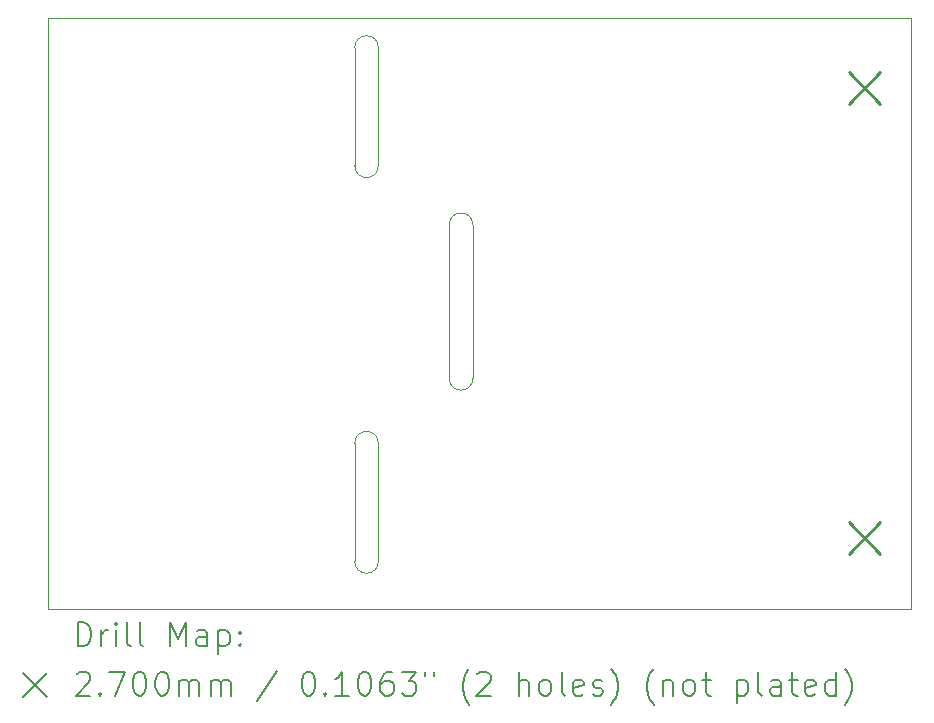
<source format=gbr>
%TF.GenerationSoftware,KiCad,Pcbnew,8.0.9-8.0.9-0~ubuntu22.04.1*%
%TF.CreationDate,2025-04-03T00:10:30-07:00*%
%TF.ProjectId,HBD1E,48424431-452e-46b6-9963-61645f706362,rev?*%
%TF.SameCoordinates,Original*%
%TF.FileFunction,Drillmap*%
%TF.FilePolarity,Positive*%
%FSLAX45Y45*%
G04 Gerber Fmt 4.5, Leading zero omitted, Abs format (unit mm)*
G04 Created by KiCad (PCBNEW 8.0.9-8.0.9-0~ubuntu22.04.1) date 2025-04-03 00:10:30*
%MOMM*%
%LPD*%
G01*
G04 APERTURE LIST*
%ADD10C,0.100000*%
%ADD11C,0.200000*%
%ADD12C,0.270000*%
G04 APERTURE END LIST*
D10*
X6450000Y-7650000D02*
X6450000Y-8650000D01*
X7450000Y-7100000D02*
G75*
G02*
X7250000Y-7100000I-100000J0D01*
G01*
X6450000Y-4300000D02*
X6450000Y-5300000D01*
X7450000Y-7100000D02*
X7450000Y-5800000D01*
X7250000Y-5800000D02*
G75*
G02*
X7450000Y-5800000I100000J0D01*
G01*
X6650000Y-8650000D02*
G75*
G02*
X6450000Y-8650000I-100000J0D01*
G01*
X6650000Y-5300000D02*
X6650000Y-4300000D01*
X7250000Y-5800000D02*
X7250000Y-7100000D01*
X3850000Y-4050000D02*
X11160000Y-4050000D01*
X11160000Y-9050000D01*
X3850000Y-9050000D01*
X3850000Y-4050000D01*
X6650000Y-5300000D02*
G75*
G02*
X6450000Y-5300000I-100000J0D01*
G01*
X6450000Y-4300000D02*
G75*
G02*
X6650000Y-4300000I100000J0D01*
G01*
X6450000Y-7650000D02*
G75*
G02*
X6650000Y-7650000I100000J0D01*
G01*
X6650000Y-8650000D02*
X6650000Y-7650000D01*
D11*
D12*
X10631000Y-4510000D02*
X10901000Y-4780000D01*
X10901000Y-4510000D02*
X10631000Y-4780000D01*
X10631000Y-8320000D02*
X10901000Y-8590000D01*
X10901000Y-8320000D02*
X10631000Y-8590000D01*
D11*
X4105777Y-9366484D02*
X4105777Y-9166484D01*
X4105777Y-9166484D02*
X4153396Y-9166484D01*
X4153396Y-9166484D02*
X4181967Y-9176008D01*
X4181967Y-9176008D02*
X4201015Y-9195055D01*
X4201015Y-9195055D02*
X4210539Y-9214103D01*
X4210539Y-9214103D02*
X4220063Y-9252198D01*
X4220063Y-9252198D02*
X4220063Y-9280770D01*
X4220063Y-9280770D02*
X4210539Y-9318865D01*
X4210539Y-9318865D02*
X4201015Y-9337912D01*
X4201015Y-9337912D02*
X4181967Y-9356960D01*
X4181967Y-9356960D02*
X4153396Y-9366484D01*
X4153396Y-9366484D02*
X4105777Y-9366484D01*
X4305777Y-9366484D02*
X4305777Y-9233150D01*
X4305777Y-9271246D02*
X4315301Y-9252198D01*
X4315301Y-9252198D02*
X4324824Y-9242674D01*
X4324824Y-9242674D02*
X4343872Y-9233150D01*
X4343872Y-9233150D02*
X4362920Y-9233150D01*
X4429586Y-9366484D02*
X4429586Y-9233150D01*
X4429586Y-9166484D02*
X4420063Y-9176008D01*
X4420063Y-9176008D02*
X4429586Y-9185531D01*
X4429586Y-9185531D02*
X4439110Y-9176008D01*
X4439110Y-9176008D02*
X4429586Y-9166484D01*
X4429586Y-9166484D02*
X4429586Y-9185531D01*
X4553396Y-9366484D02*
X4534348Y-9356960D01*
X4534348Y-9356960D02*
X4524824Y-9337912D01*
X4524824Y-9337912D02*
X4524824Y-9166484D01*
X4658158Y-9366484D02*
X4639110Y-9356960D01*
X4639110Y-9356960D02*
X4629586Y-9337912D01*
X4629586Y-9337912D02*
X4629586Y-9166484D01*
X4886729Y-9366484D02*
X4886729Y-9166484D01*
X4886729Y-9166484D02*
X4953396Y-9309341D01*
X4953396Y-9309341D02*
X5020063Y-9166484D01*
X5020063Y-9166484D02*
X5020063Y-9366484D01*
X5201015Y-9366484D02*
X5201015Y-9261722D01*
X5201015Y-9261722D02*
X5191491Y-9242674D01*
X5191491Y-9242674D02*
X5172444Y-9233150D01*
X5172444Y-9233150D02*
X5134348Y-9233150D01*
X5134348Y-9233150D02*
X5115301Y-9242674D01*
X5201015Y-9356960D02*
X5181967Y-9366484D01*
X5181967Y-9366484D02*
X5134348Y-9366484D01*
X5134348Y-9366484D02*
X5115301Y-9356960D01*
X5115301Y-9356960D02*
X5105777Y-9337912D01*
X5105777Y-9337912D02*
X5105777Y-9318865D01*
X5105777Y-9318865D02*
X5115301Y-9299817D01*
X5115301Y-9299817D02*
X5134348Y-9290293D01*
X5134348Y-9290293D02*
X5181967Y-9290293D01*
X5181967Y-9290293D02*
X5201015Y-9280770D01*
X5296253Y-9233150D02*
X5296253Y-9433150D01*
X5296253Y-9242674D02*
X5315301Y-9233150D01*
X5315301Y-9233150D02*
X5353396Y-9233150D01*
X5353396Y-9233150D02*
X5372444Y-9242674D01*
X5372444Y-9242674D02*
X5381967Y-9252198D01*
X5381967Y-9252198D02*
X5391491Y-9271246D01*
X5391491Y-9271246D02*
X5391491Y-9328389D01*
X5391491Y-9328389D02*
X5381967Y-9347436D01*
X5381967Y-9347436D02*
X5372444Y-9356960D01*
X5372444Y-9356960D02*
X5353396Y-9366484D01*
X5353396Y-9366484D02*
X5315301Y-9366484D01*
X5315301Y-9366484D02*
X5296253Y-9356960D01*
X5477205Y-9347436D02*
X5486729Y-9356960D01*
X5486729Y-9356960D02*
X5477205Y-9366484D01*
X5477205Y-9366484D02*
X5467682Y-9356960D01*
X5467682Y-9356960D02*
X5477205Y-9347436D01*
X5477205Y-9347436D02*
X5477205Y-9366484D01*
X5477205Y-9242674D02*
X5486729Y-9252198D01*
X5486729Y-9252198D02*
X5477205Y-9261722D01*
X5477205Y-9261722D02*
X5467682Y-9252198D01*
X5467682Y-9252198D02*
X5477205Y-9242674D01*
X5477205Y-9242674D02*
X5477205Y-9261722D01*
X3645000Y-9595000D02*
X3845000Y-9795000D01*
X3845000Y-9595000D02*
X3645000Y-9795000D01*
X4096253Y-9605531D02*
X4105777Y-9596008D01*
X4105777Y-9596008D02*
X4124824Y-9586484D01*
X4124824Y-9586484D02*
X4172443Y-9586484D01*
X4172443Y-9586484D02*
X4191491Y-9596008D01*
X4191491Y-9596008D02*
X4201015Y-9605531D01*
X4201015Y-9605531D02*
X4210539Y-9624579D01*
X4210539Y-9624579D02*
X4210539Y-9643627D01*
X4210539Y-9643627D02*
X4201015Y-9672198D01*
X4201015Y-9672198D02*
X4086729Y-9786484D01*
X4086729Y-9786484D02*
X4210539Y-9786484D01*
X4296253Y-9767436D02*
X4305777Y-9776960D01*
X4305777Y-9776960D02*
X4296253Y-9786484D01*
X4296253Y-9786484D02*
X4286729Y-9776960D01*
X4286729Y-9776960D02*
X4296253Y-9767436D01*
X4296253Y-9767436D02*
X4296253Y-9786484D01*
X4372444Y-9586484D02*
X4505777Y-9586484D01*
X4505777Y-9586484D02*
X4420063Y-9786484D01*
X4620063Y-9586484D02*
X4639110Y-9586484D01*
X4639110Y-9586484D02*
X4658158Y-9596008D01*
X4658158Y-9596008D02*
X4667682Y-9605531D01*
X4667682Y-9605531D02*
X4677205Y-9624579D01*
X4677205Y-9624579D02*
X4686729Y-9662674D01*
X4686729Y-9662674D02*
X4686729Y-9710293D01*
X4686729Y-9710293D02*
X4677205Y-9748389D01*
X4677205Y-9748389D02*
X4667682Y-9767436D01*
X4667682Y-9767436D02*
X4658158Y-9776960D01*
X4658158Y-9776960D02*
X4639110Y-9786484D01*
X4639110Y-9786484D02*
X4620063Y-9786484D01*
X4620063Y-9786484D02*
X4601015Y-9776960D01*
X4601015Y-9776960D02*
X4591491Y-9767436D01*
X4591491Y-9767436D02*
X4581967Y-9748389D01*
X4581967Y-9748389D02*
X4572444Y-9710293D01*
X4572444Y-9710293D02*
X4572444Y-9662674D01*
X4572444Y-9662674D02*
X4581967Y-9624579D01*
X4581967Y-9624579D02*
X4591491Y-9605531D01*
X4591491Y-9605531D02*
X4601015Y-9596008D01*
X4601015Y-9596008D02*
X4620063Y-9586484D01*
X4810539Y-9586484D02*
X4829586Y-9586484D01*
X4829586Y-9586484D02*
X4848634Y-9596008D01*
X4848634Y-9596008D02*
X4858158Y-9605531D01*
X4858158Y-9605531D02*
X4867682Y-9624579D01*
X4867682Y-9624579D02*
X4877205Y-9662674D01*
X4877205Y-9662674D02*
X4877205Y-9710293D01*
X4877205Y-9710293D02*
X4867682Y-9748389D01*
X4867682Y-9748389D02*
X4858158Y-9767436D01*
X4858158Y-9767436D02*
X4848634Y-9776960D01*
X4848634Y-9776960D02*
X4829586Y-9786484D01*
X4829586Y-9786484D02*
X4810539Y-9786484D01*
X4810539Y-9786484D02*
X4791491Y-9776960D01*
X4791491Y-9776960D02*
X4781967Y-9767436D01*
X4781967Y-9767436D02*
X4772444Y-9748389D01*
X4772444Y-9748389D02*
X4762920Y-9710293D01*
X4762920Y-9710293D02*
X4762920Y-9662674D01*
X4762920Y-9662674D02*
X4772444Y-9624579D01*
X4772444Y-9624579D02*
X4781967Y-9605531D01*
X4781967Y-9605531D02*
X4791491Y-9596008D01*
X4791491Y-9596008D02*
X4810539Y-9586484D01*
X4962920Y-9786484D02*
X4962920Y-9653150D01*
X4962920Y-9672198D02*
X4972444Y-9662674D01*
X4972444Y-9662674D02*
X4991491Y-9653150D01*
X4991491Y-9653150D02*
X5020063Y-9653150D01*
X5020063Y-9653150D02*
X5039110Y-9662674D01*
X5039110Y-9662674D02*
X5048634Y-9681722D01*
X5048634Y-9681722D02*
X5048634Y-9786484D01*
X5048634Y-9681722D02*
X5058158Y-9662674D01*
X5058158Y-9662674D02*
X5077205Y-9653150D01*
X5077205Y-9653150D02*
X5105777Y-9653150D01*
X5105777Y-9653150D02*
X5124825Y-9662674D01*
X5124825Y-9662674D02*
X5134348Y-9681722D01*
X5134348Y-9681722D02*
X5134348Y-9786484D01*
X5229586Y-9786484D02*
X5229586Y-9653150D01*
X5229586Y-9672198D02*
X5239110Y-9662674D01*
X5239110Y-9662674D02*
X5258158Y-9653150D01*
X5258158Y-9653150D02*
X5286729Y-9653150D01*
X5286729Y-9653150D02*
X5305777Y-9662674D01*
X5305777Y-9662674D02*
X5315301Y-9681722D01*
X5315301Y-9681722D02*
X5315301Y-9786484D01*
X5315301Y-9681722D02*
X5324825Y-9662674D01*
X5324825Y-9662674D02*
X5343872Y-9653150D01*
X5343872Y-9653150D02*
X5372444Y-9653150D01*
X5372444Y-9653150D02*
X5391491Y-9662674D01*
X5391491Y-9662674D02*
X5401015Y-9681722D01*
X5401015Y-9681722D02*
X5401015Y-9786484D01*
X5791491Y-9576960D02*
X5620063Y-9834103D01*
X6048634Y-9586484D02*
X6067682Y-9586484D01*
X6067682Y-9586484D02*
X6086729Y-9596008D01*
X6086729Y-9596008D02*
X6096253Y-9605531D01*
X6096253Y-9605531D02*
X6105777Y-9624579D01*
X6105777Y-9624579D02*
X6115301Y-9662674D01*
X6115301Y-9662674D02*
X6115301Y-9710293D01*
X6115301Y-9710293D02*
X6105777Y-9748389D01*
X6105777Y-9748389D02*
X6096253Y-9767436D01*
X6096253Y-9767436D02*
X6086729Y-9776960D01*
X6086729Y-9776960D02*
X6067682Y-9786484D01*
X6067682Y-9786484D02*
X6048634Y-9786484D01*
X6048634Y-9786484D02*
X6029586Y-9776960D01*
X6029586Y-9776960D02*
X6020063Y-9767436D01*
X6020063Y-9767436D02*
X6010539Y-9748389D01*
X6010539Y-9748389D02*
X6001015Y-9710293D01*
X6001015Y-9710293D02*
X6001015Y-9662674D01*
X6001015Y-9662674D02*
X6010539Y-9624579D01*
X6010539Y-9624579D02*
X6020063Y-9605531D01*
X6020063Y-9605531D02*
X6029586Y-9596008D01*
X6029586Y-9596008D02*
X6048634Y-9586484D01*
X6201015Y-9767436D02*
X6210539Y-9776960D01*
X6210539Y-9776960D02*
X6201015Y-9786484D01*
X6201015Y-9786484D02*
X6191491Y-9776960D01*
X6191491Y-9776960D02*
X6201015Y-9767436D01*
X6201015Y-9767436D02*
X6201015Y-9786484D01*
X6401015Y-9786484D02*
X6286729Y-9786484D01*
X6343872Y-9786484D02*
X6343872Y-9586484D01*
X6343872Y-9586484D02*
X6324825Y-9615055D01*
X6324825Y-9615055D02*
X6305777Y-9634103D01*
X6305777Y-9634103D02*
X6286729Y-9643627D01*
X6524825Y-9586484D02*
X6543872Y-9586484D01*
X6543872Y-9586484D02*
X6562920Y-9596008D01*
X6562920Y-9596008D02*
X6572444Y-9605531D01*
X6572444Y-9605531D02*
X6581967Y-9624579D01*
X6581967Y-9624579D02*
X6591491Y-9662674D01*
X6591491Y-9662674D02*
X6591491Y-9710293D01*
X6591491Y-9710293D02*
X6581967Y-9748389D01*
X6581967Y-9748389D02*
X6572444Y-9767436D01*
X6572444Y-9767436D02*
X6562920Y-9776960D01*
X6562920Y-9776960D02*
X6543872Y-9786484D01*
X6543872Y-9786484D02*
X6524825Y-9786484D01*
X6524825Y-9786484D02*
X6505777Y-9776960D01*
X6505777Y-9776960D02*
X6496253Y-9767436D01*
X6496253Y-9767436D02*
X6486729Y-9748389D01*
X6486729Y-9748389D02*
X6477206Y-9710293D01*
X6477206Y-9710293D02*
X6477206Y-9662674D01*
X6477206Y-9662674D02*
X6486729Y-9624579D01*
X6486729Y-9624579D02*
X6496253Y-9605531D01*
X6496253Y-9605531D02*
X6505777Y-9596008D01*
X6505777Y-9596008D02*
X6524825Y-9586484D01*
X6762920Y-9586484D02*
X6724825Y-9586484D01*
X6724825Y-9586484D02*
X6705777Y-9596008D01*
X6705777Y-9596008D02*
X6696253Y-9605531D01*
X6696253Y-9605531D02*
X6677206Y-9634103D01*
X6677206Y-9634103D02*
X6667682Y-9672198D01*
X6667682Y-9672198D02*
X6667682Y-9748389D01*
X6667682Y-9748389D02*
X6677206Y-9767436D01*
X6677206Y-9767436D02*
X6686729Y-9776960D01*
X6686729Y-9776960D02*
X6705777Y-9786484D01*
X6705777Y-9786484D02*
X6743872Y-9786484D01*
X6743872Y-9786484D02*
X6762920Y-9776960D01*
X6762920Y-9776960D02*
X6772444Y-9767436D01*
X6772444Y-9767436D02*
X6781967Y-9748389D01*
X6781967Y-9748389D02*
X6781967Y-9700770D01*
X6781967Y-9700770D02*
X6772444Y-9681722D01*
X6772444Y-9681722D02*
X6762920Y-9672198D01*
X6762920Y-9672198D02*
X6743872Y-9662674D01*
X6743872Y-9662674D02*
X6705777Y-9662674D01*
X6705777Y-9662674D02*
X6686729Y-9672198D01*
X6686729Y-9672198D02*
X6677206Y-9681722D01*
X6677206Y-9681722D02*
X6667682Y-9700770D01*
X6848634Y-9586484D02*
X6972444Y-9586484D01*
X6972444Y-9586484D02*
X6905777Y-9662674D01*
X6905777Y-9662674D02*
X6934348Y-9662674D01*
X6934348Y-9662674D02*
X6953396Y-9672198D01*
X6953396Y-9672198D02*
X6962920Y-9681722D01*
X6962920Y-9681722D02*
X6972444Y-9700770D01*
X6972444Y-9700770D02*
X6972444Y-9748389D01*
X6972444Y-9748389D02*
X6962920Y-9767436D01*
X6962920Y-9767436D02*
X6953396Y-9776960D01*
X6953396Y-9776960D02*
X6934348Y-9786484D01*
X6934348Y-9786484D02*
X6877206Y-9786484D01*
X6877206Y-9786484D02*
X6858158Y-9776960D01*
X6858158Y-9776960D02*
X6848634Y-9767436D01*
X7048634Y-9586484D02*
X7048634Y-9624579D01*
X7124825Y-9586484D02*
X7124825Y-9624579D01*
X7420063Y-9862674D02*
X7410539Y-9853150D01*
X7410539Y-9853150D02*
X7391491Y-9824579D01*
X7391491Y-9824579D02*
X7381968Y-9805531D01*
X7381968Y-9805531D02*
X7372444Y-9776960D01*
X7372444Y-9776960D02*
X7362920Y-9729341D01*
X7362920Y-9729341D02*
X7362920Y-9691246D01*
X7362920Y-9691246D02*
X7372444Y-9643627D01*
X7372444Y-9643627D02*
X7381968Y-9615055D01*
X7381968Y-9615055D02*
X7391491Y-9596008D01*
X7391491Y-9596008D02*
X7410539Y-9567436D01*
X7410539Y-9567436D02*
X7420063Y-9557912D01*
X7486729Y-9605531D02*
X7496253Y-9596008D01*
X7496253Y-9596008D02*
X7515301Y-9586484D01*
X7515301Y-9586484D02*
X7562920Y-9586484D01*
X7562920Y-9586484D02*
X7581968Y-9596008D01*
X7581968Y-9596008D02*
X7591491Y-9605531D01*
X7591491Y-9605531D02*
X7601015Y-9624579D01*
X7601015Y-9624579D02*
X7601015Y-9643627D01*
X7601015Y-9643627D02*
X7591491Y-9672198D01*
X7591491Y-9672198D02*
X7477206Y-9786484D01*
X7477206Y-9786484D02*
X7601015Y-9786484D01*
X7839110Y-9786484D02*
X7839110Y-9586484D01*
X7924825Y-9786484D02*
X7924825Y-9681722D01*
X7924825Y-9681722D02*
X7915301Y-9662674D01*
X7915301Y-9662674D02*
X7896253Y-9653150D01*
X7896253Y-9653150D02*
X7867682Y-9653150D01*
X7867682Y-9653150D02*
X7848634Y-9662674D01*
X7848634Y-9662674D02*
X7839110Y-9672198D01*
X8048634Y-9786484D02*
X8029587Y-9776960D01*
X8029587Y-9776960D02*
X8020063Y-9767436D01*
X8020063Y-9767436D02*
X8010539Y-9748389D01*
X8010539Y-9748389D02*
X8010539Y-9691246D01*
X8010539Y-9691246D02*
X8020063Y-9672198D01*
X8020063Y-9672198D02*
X8029587Y-9662674D01*
X8029587Y-9662674D02*
X8048634Y-9653150D01*
X8048634Y-9653150D02*
X8077206Y-9653150D01*
X8077206Y-9653150D02*
X8096253Y-9662674D01*
X8096253Y-9662674D02*
X8105777Y-9672198D01*
X8105777Y-9672198D02*
X8115301Y-9691246D01*
X8115301Y-9691246D02*
X8115301Y-9748389D01*
X8115301Y-9748389D02*
X8105777Y-9767436D01*
X8105777Y-9767436D02*
X8096253Y-9776960D01*
X8096253Y-9776960D02*
X8077206Y-9786484D01*
X8077206Y-9786484D02*
X8048634Y-9786484D01*
X8229587Y-9786484D02*
X8210539Y-9776960D01*
X8210539Y-9776960D02*
X8201015Y-9757912D01*
X8201015Y-9757912D02*
X8201015Y-9586484D01*
X8381968Y-9776960D02*
X8362920Y-9786484D01*
X8362920Y-9786484D02*
X8324825Y-9786484D01*
X8324825Y-9786484D02*
X8305777Y-9776960D01*
X8305777Y-9776960D02*
X8296253Y-9757912D01*
X8296253Y-9757912D02*
X8296253Y-9681722D01*
X8296253Y-9681722D02*
X8305777Y-9662674D01*
X8305777Y-9662674D02*
X8324825Y-9653150D01*
X8324825Y-9653150D02*
X8362920Y-9653150D01*
X8362920Y-9653150D02*
X8381968Y-9662674D01*
X8381968Y-9662674D02*
X8391492Y-9681722D01*
X8391492Y-9681722D02*
X8391492Y-9700770D01*
X8391492Y-9700770D02*
X8296253Y-9719817D01*
X8467682Y-9776960D02*
X8486730Y-9786484D01*
X8486730Y-9786484D02*
X8524825Y-9786484D01*
X8524825Y-9786484D02*
X8543873Y-9776960D01*
X8543873Y-9776960D02*
X8553396Y-9757912D01*
X8553396Y-9757912D02*
X8553396Y-9748389D01*
X8553396Y-9748389D02*
X8543873Y-9729341D01*
X8543873Y-9729341D02*
X8524825Y-9719817D01*
X8524825Y-9719817D02*
X8496253Y-9719817D01*
X8496253Y-9719817D02*
X8477206Y-9710293D01*
X8477206Y-9710293D02*
X8467682Y-9691246D01*
X8467682Y-9691246D02*
X8467682Y-9681722D01*
X8467682Y-9681722D02*
X8477206Y-9662674D01*
X8477206Y-9662674D02*
X8496253Y-9653150D01*
X8496253Y-9653150D02*
X8524825Y-9653150D01*
X8524825Y-9653150D02*
X8543873Y-9662674D01*
X8620063Y-9862674D02*
X8629587Y-9853150D01*
X8629587Y-9853150D02*
X8648634Y-9824579D01*
X8648634Y-9824579D02*
X8658158Y-9805531D01*
X8658158Y-9805531D02*
X8667682Y-9776960D01*
X8667682Y-9776960D02*
X8677206Y-9729341D01*
X8677206Y-9729341D02*
X8677206Y-9691246D01*
X8677206Y-9691246D02*
X8667682Y-9643627D01*
X8667682Y-9643627D02*
X8658158Y-9615055D01*
X8658158Y-9615055D02*
X8648634Y-9596008D01*
X8648634Y-9596008D02*
X8629587Y-9567436D01*
X8629587Y-9567436D02*
X8620063Y-9557912D01*
X8981968Y-9862674D02*
X8972444Y-9853150D01*
X8972444Y-9853150D02*
X8953396Y-9824579D01*
X8953396Y-9824579D02*
X8943873Y-9805531D01*
X8943873Y-9805531D02*
X8934349Y-9776960D01*
X8934349Y-9776960D02*
X8924825Y-9729341D01*
X8924825Y-9729341D02*
X8924825Y-9691246D01*
X8924825Y-9691246D02*
X8934349Y-9643627D01*
X8934349Y-9643627D02*
X8943873Y-9615055D01*
X8943873Y-9615055D02*
X8953396Y-9596008D01*
X8953396Y-9596008D02*
X8972444Y-9567436D01*
X8972444Y-9567436D02*
X8981968Y-9557912D01*
X9058158Y-9653150D02*
X9058158Y-9786484D01*
X9058158Y-9672198D02*
X9067682Y-9662674D01*
X9067682Y-9662674D02*
X9086730Y-9653150D01*
X9086730Y-9653150D02*
X9115301Y-9653150D01*
X9115301Y-9653150D02*
X9134349Y-9662674D01*
X9134349Y-9662674D02*
X9143873Y-9681722D01*
X9143873Y-9681722D02*
X9143873Y-9786484D01*
X9267682Y-9786484D02*
X9248634Y-9776960D01*
X9248634Y-9776960D02*
X9239111Y-9767436D01*
X9239111Y-9767436D02*
X9229587Y-9748389D01*
X9229587Y-9748389D02*
X9229587Y-9691246D01*
X9229587Y-9691246D02*
X9239111Y-9672198D01*
X9239111Y-9672198D02*
X9248634Y-9662674D01*
X9248634Y-9662674D02*
X9267682Y-9653150D01*
X9267682Y-9653150D02*
X9296254Y-9653150D01*
X9296254Y-9653150D02*
X9315301Y-9662674D01*
X9315301Y-9662674D02*
X9324825Y-9672198D01*
X9324825Y-9672198D02*
X9334349Y-9691246D01*
X9334349Y-9691246D02*
X9334349Y-9748389D01*
X9334349Y-9748389D02*
X9324825Y-9767436D01*
X9324825Y-9767436D02*
X9315301Y-9776960D01*
X9315301Y-9776960D02*
X9296254Y-9786484D01*
X9296254Y-9786484D02*
X9267682Y-9786484D01*
X9391492Y-9653150D02*
X9467682Y-9653150D01*
X9420063Y-9586484D02*
X9420063Y-9757912D01*
X9420063Y-9757912D02*
X9429587Y-9776960D01*
X9429587Y-9776960D02*
X9448634Y-9786484D01*
X9448634Y-9786484D02*
X9467682Y-9786484D01*
X9686730Y-9653150D02*
X9686730Y-9853150D01*
X9686730Y-9662674D02*
X9705777Y-9653150D01*
X9705777Y-9653150D02*
X9743873Y-9653150D01*
X9743873Y-9653150D02*
X9762920Y-9662674D01*
X9762920Y-9662674D02*
X9772444Y-9672198D01*
X9772444Y-9672198D02*
X9781968Y-9691246D01*
X9781968Y-9691246D02*
X9781968Y-9748389D01*
X9781968Y-9748389D02*
X9772444Y-9767436D01*
X9772444Y-9767436D02*
X9762920Y-9776960D01*
X9762920Y-9776960D02*
X9743873Y-9786484D01*
X9743873Y-9786484D02*
X9705777Y-9786484D01*
X9705777Y-9786484D02*
X9686730Y-9776960D01*
X9896254Y-9786484D02*
X9877206Y-9776960D01*
X9877206Y-9776960D02*
X9867682Y-9757912D01*
X9867682Y-9757912D02*
X9867682Y-9586484D01*
X10058158Y-9786484D02*
X10058158Y-9681722D01*
X10058158Y-9681722D02*
X10048635Y-9662674D01*
X10048635Y-9662674D02*
X10029587Y-9653150D01*
X10029587Y-9653150D02*
X9991492Y-9653150D01*
X9991492Y-9653150D02*
X9972444Y-9662674D01*
X10058158Y-9776960D02*
X10039111Y-9786484D01*
X10039111Y-9786484D02*
X9991492Y-9786484D01*
X9991492Y-9786484D02*
X9972444Y-9776960D01*
X9972444Y-9776960D02*
X9962920Y-9757912D01*
X9962920Y-9757912D02*
X9962920Y-9738865D01*
X9962920Y-9738865D02*
X9972444Y-9719817D01*
X9972444Y-9719817D02*
X9991492Y-9710293D01*
X9991492Y-9710293D02*
X10039111Y-9710293D01*
X10039111Y-9710293D02*
X10058158Y-9700770D01*
X10124825Y-9653150D02*
X10201015Y-9653150D01*
X10153396Y-9586484D02*
X10153396Y-9757912D01*
X10153396Y-9757912D02*
X10162920Y-9776960D01*
X10162920Y-9776960D02*
X10181968Y-9786484D01*
X10181968Y-9786484D02*
X10201015Y-9786484D01*
X10343873Y-9776960D02*
X10324825Y-9786484D01*
X10324825Y-9786484D02*
X10286730Y-9786484D01*
X10286730Y-9786484D02*
X10267682Y-9776960D01*
X10267682Y-9776960D02*
X10258158Y-9757912D01*
X10258158Y-9757912D02*
X10258158Y-9681722D01*
X10258158Y-9681722D02*
X10267682Y-9662674D01*
X10267682Y-9662674D02*
X10286730Y-9653150D01*
X10286730Y-9653150D02*
X10324825Y-9653150D01*
X10324825Y-9653150D02*
X10343873Y-9662674D01*
X10343873Y-9662674D02*
X10353396Y-9681722D01*
X10353396Y-9681722D02*
X10353396Y-9700770D01*
X10353396Y-9700770D02*
X10258158Y-9719817D01*
X10524825Y-9786484D02*
X10524825Y-9586484D01*
X10524825Y-9776960D02*
X10505777Y-9786484D01*
X10505777Y-9786484D02*
X10467682Y-9786484D01*
X10467682Y-9786484D02*
X10448635Y-9776960D01*
X10448635Y-9776960D02*
X10439111Y-9767436D01*
X10439111Y-9767436D02*
X10429587Y-9748389D01*
X10429587Y-9748389D02*
X10429587Y-9691246D01*
X10429587Y-9691246D02*
X10439111Y-9672198D01*
X10439111Y-9672198D02*
X10448635Y-9662674D01*
X10448635Y-9662674D02*
X10467682Y-9653150D01*
X10467682Y-9653150D02*
X10505777Y-9653150D01*
X10505777Y-9653150D02*
X10524825Y-9662674D01*
X10601016Y-9862674D02*
X10610539Y-9853150D01*
X10610539Y-9853150D02*
X10629587Y-9824579D01*
X10629587Y-9824579D02*
X10639111Y-9805531D01*
X10639111Y-9805531D02*
X10648635Y-9776960D01*
X10648635Y-9776960D02*
X10658158Y-9729341D01*
X10658158Y-9729341D02*
X10658158Y-9691246D01*
X10658158Y-9691246D02*
X10648635Y-9643627D01*
X10648635Y-9643627D02*
X10639111Y-9615055D01*
X10639111Y-9615055D02*
X10629587Y-9596008D01*
X10629587Y-9596008D02*
X10610539Y-9567436D01*
X10610539Y-9567436D02*
X10601016Y-9557912D01*
M02*

</source>
